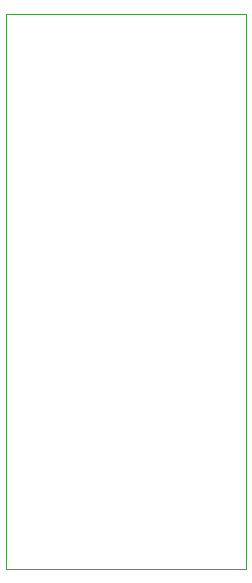
<source format=gbr>
%TF.GenerationSoftware,KiCad,Pcbnew,9.0.7-9.0.7~ubuntu22.04.1*%
%TF.CreationDate,2026-02-08T23:02:33-07:00*%
%TF.ProjectId,ESP32-S3-MINI-1_UU,45535033-322d-4533-932d-4d494e492d31,rev?*%
%TF.SameCoordinates,Original*%
%TF.FileFunction,Profile,NP*%
%FSLAX46Y46*%
G04 Gerber Fmt 4.6, Leading zero omitted, Abs format (unit mm)*
G04 Created by KiCad (PCBNEW 9.0.7-9.0.7~ubuntu22.04.1) date 2026-02-08 23:02:33*
%MOMM*%
%LPD*%
G01*
G04 APERTURE LIST*
%TA.AperFunction,Profile*%
%ADD10C,0.050000*%
%TD*%
G04 APERTURE END LIST*
D10*
X210160000Y-115700000D02*
X210160000Y-68700000D01*
X189840000Y-115700000D02*
X189840000Y-68700000D01*
X210160000Y-68700000D02*
X189840000Y-68700000D01*
X189840000Y-115700000D02*
X210160000Y-115700000D01*
M02*

</source>
